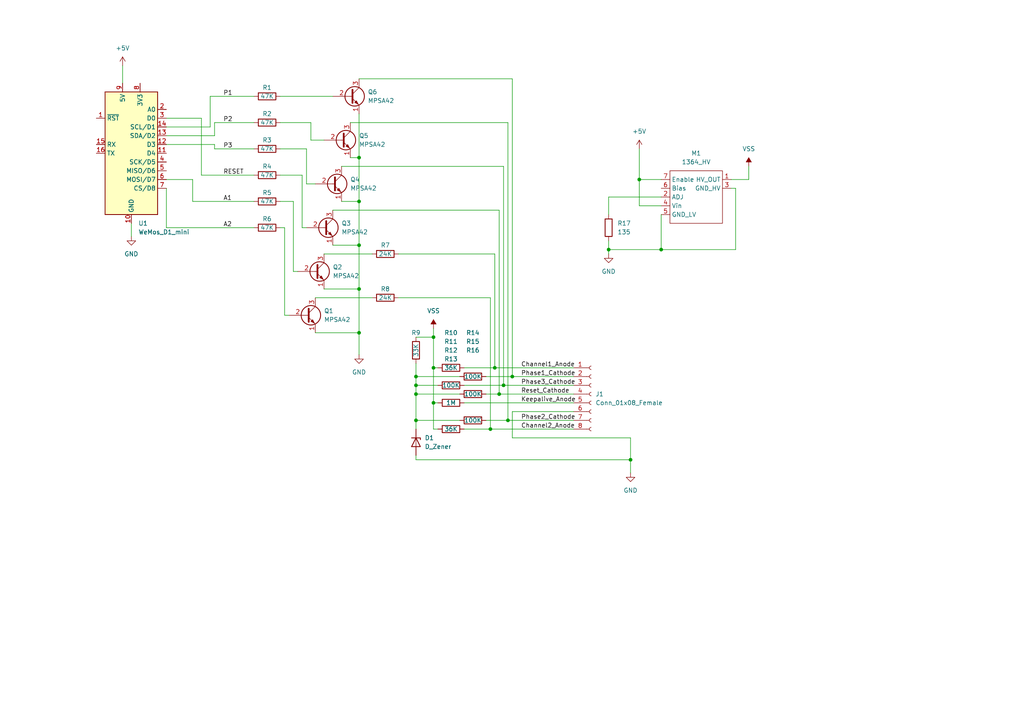
<source format=kicad_sch>
(kicad_sch (version 20211123) (generator eeschema)
  (paper "A4")
  (lib_symbols
    (symbol "Connector:Conn_01x08_Female" (pin_names (offset 1.016) hide)
      (property "Reference" "J" (at 0 10.16 0))
      (property "Value" "Conn_01x08_Female" (at 0 -12.7 0))
      (symbol "Conn_01x08_Female_1_1"
        (arc (start 0 -9.652) (mid -0.508 -10.16) (end 0 -10.668) (stroke (width 0.1524)))
        (arc (start 0 -7.112) (mid -0.508 -7.62) (end 0 -8.128) (stroke (width 0.1524)))
        (arc (start 0 -4.572) (mid -0.508 -5.08) (end 0 -5.588) (stroke (width 0.1524)))
        (arc (start 0 -2.032) (mid -0.508 -2.54) (end 0 -3.048) (stroke (width 0.1524)))
        (polyline (pts (xy -1.27 -10.16) (xy -0.508 -10.16)) (stroke (width 0.1524)))
        (polyline (pts (xy -1.27 -7.62) (xy -0.508 -7.62)) (stroke (width 0.1524)))
        (polyline (pts (xy -1.27 -5.08) (xy -0.508 -5.08)) (stroke (width 0.1524)))
        (polyline (pts (xy -1.27 -2.54) (xy -0.508 -2.54)) (stroke (width 0.1524)))
        (polyline (pts (xy -1.27 0) (xy -0.508 0)) (stroke (width 0.1524)))
        (polyline (pts (xy -1.27 2.54) (xy -0.508 2.54)) (stroke (width 0.1524)))
        (polyline (pts (xy -1.27 5.08) (xy -0.508 5.08)) (stroke (width 0.1524)))
        (polyline (pts (xy -1.27 7.62) (xy -0.508 7.62)) (stroke (width 0.1524)))
        (arc (start 0 0.508) (mid -0.508 0) (end 0 -0.508) (stroke (width 0.1524)))
        (arc (start 0 3.048) (mid -0.508 2.54) (end 0 2.032) (stroke (width 0.1524)))
        (arc (start 0 5.588) (mid -0.508 5.08) (end 0 4.572) (stroke (width 0.1524)))
        (arc (start 0 8.128) (mid -0.508 7.62) (end 0 7.112) (stroke (width 0.1524)))
        (pin passive line (at -5.08 7.62 0) (length 3.81) (name "Pin_1") (number "1"))
        (pin passive line (at -5.08 5.08 0) (length 3.81) (name "Pin_2") (number "2"))
        (pin passive line (at -5.08 2.54 0) (length 3.81) (name "Pin_3") (number "3"))
        (pin passive line (at -5.08 0 0) (length 3.81) (name "Pin_4") (number "4"))
        (pin passive line (at -5.08 -2.54 0) (length 3.81) (name "Pin_5") (number "5"))
        (pin passive line (at -5.08 -5.08 0) (length 3.81) (name "Pin_6") (number "6"))
        (pin passive line (at -5.08 -7.62 0) (length 3.81) (name "Pin_7") (number "7"))
        (pin passive line (at -5.08 -10.16 0) (length 3.81) (name "Pin_8") (number "8"))
      )
    )
    (symbol "Device:D_Zener" (pin_numbers hide) (pin_names (offset 1.016) hide)
      (property "Reference" "D" (at 0 2.54 0))
      (property "Value" "D_Zener" (at 0 -2.54 0))
      (symbol "D_Zener_0_1"
        (polyline (pts (xy 1.27 0) (xy -1.27 0)))
        (polyline (pts (xy -1.27 -1.27) (xy -1.27 1.27) (xy -0.762 1.27)) (stroke (width 0.254)))
        (polyline (pts (xy 1.27 -1.27) (xy 1.27 1.27) (xy -1.27 0) (xy 1.27 -1.27)) (stroke (width 0.254)))
      )
      (symbol "D_Zener_1_1"
        (pin passive line (at -3.81 0 0) (length 2.54) (name "K") (number "1"))
        (pin passive line (at 3.81 0 180) (length 2.54) (name "A") (number "2"))
      )
    )
    (symbol "Device:R" (pin_numbers hide) (pin_names (offset 0))
      (property "Reference" "R" (at 2.032 0 90))
      (property "Value" "R" (at 0 0 90))
      (symbol "R_0_1"
        (rectangle (start -1.016 -2.54) (end 1.016 2.54) (stroke (width 0.254)))
      )
      (symbol "R_1_1"
        (pin passive line (at 0 3.81 270) (length 1.27) (name "~") (number "1"))
        (pin passive line (at 0 -3.81 90) (length 1.27) (name "~") (number "2"))
      )
    )
    (symbol "MCU_Module:WeMos_D1_mini"
      (property "Reference" "U" (at 3.81 19.05 0))
      (property "Value" "WeMos_D1_mini" (at 1.27 -19.05 0))
      (symbol "WeMos_D1_mini_1_1"
        (rectangle (start -7.62 17.78) (end 7.62 -17.78) (stroke (width 0.254)) (fill (type background)))
        (pin input line (at -10.16 10.16 0) (length 2.54) (name "~{RST}") (number "1"))
        (pin power_in line (at 0 -20.32 90) (length 2.54) (name "GND") (number "10"))
        (pin bidirectional line (at 10.16 0 180) (length 2.54) (name "D4") (number "11"))
        (pin bidirectional line (at 10.16 2.54 180) (length 2.54) (name "D3") (number "12"))
        (pin bidirectional line (at 10.16 5.08 180) (length 2.54) (name "SDA/D2") (number "13"))
        (pin bidirectional line (at 10.16 7.62 180) (length 2.54) (name "SCL/D1") (number "14"))
        (pin input line (at -10.16 2.54 0) (length 2.54) (name "RX") (number "15"))
        (pin output line (at -10.16 0 0) (length 2.54) (name "TX") (number "16"))
        (pin input line (at 10.16 12.7 180) (length 2.54) (name "A0") (number "2"))
        (pin bidirectional line (at 10.16 10.16 180) (length 2.54) (name "D0") (number "3"))
        (pin bidirectional line (at 10.16 -2.54 180) (length 2.54) (name "SCK/D5") (number "4"))
        (pin bidirectional line (at 10.16 -5.08 180) (length 2.54) (name "MISO/D6") (number "5"))
        (pin bidirectional line (at 10.16 -7.62 180) (length 2.54) (name "MOSI/D7") (number "6"))
        (pin bidirectional line (at 10.16 -10.16 180) (length 2.54) (name "CS/D8") (number "7"))
        (pin power_out line (at 2.54 20.32 270) (length 2.54) (name "3V3") (number "8"))
        (pin power_in line (at -2.54 20.32 270) (length 2.54) (name "5V") (number "9"))
      )
    )
    (symbol "Transistor_BJT:MPSA42" (pin_names (offset 1.016) hide)
      (property "Reference" "Q" (at 5.08 1.905 0))
      (property "Value" "MPSA42" (at 5.08 0 0))
      (symbol "MPSA42_0_1"
        (polyline (pts (xy 0 0) (xy 0.635 0)))
        (polyline (pts (xy 0.635 0.635) (xy 2.54 2.54)))
        (polyline (pts (xy 0.635 -0.635) (xy 2.54 -2.54) (xy 2.54 -2.54)))
        (polyline (pts (xy 0.635 1.905) (xy 0.635 -1.905) (xy 0.635 -1.905)) (stroke (width 0.508)))
        (polyline (pts (xy 1.27 -1.778) (xy 1.778 -1.27) (xy 2.286 -2.286) (xy 1.27 -1.778) (xy 1.27 -1.778)) (fill (type outline)))
        (circle (center 1.27 0) (radius 2.8194) (stroke (width 0.254)))
      )
      (symbol "MPSA42_1_1"
        (pin passive line (at 2.54 -5.08 90) (length 2.54) (name "E") (number "1"))
        (pin input line (at -5.08 0 0) (length 5.08) (name "B") (number "2"))
        (pin passive line (at 2.54 5.08 270) (length 2.54) (name "C") (number "3"))
      )
    )
    (symbol "plasma:1364_HV"
      (property "Reference" "M" (at -2.54 1.27 0))
      (property "Value" "1364_HV" (at 1.27 -1.27 0))
      (symbol "1364_HV_0_1"
        (rectangle (start -3.81 -2.54) (end 11.43 -17.78))
      )
      (symbol "1364_HV_1_1"
        (pin output line (at 13.97 -5.08 180) (length 2.54) (name "HV_OUT") (number "1"))
        (pin input line (at -6.35 -10.16 0) (length 2.54) (name "ADJ") (number "2"))
        (pin input line (at 13.97 -7.62 180) (length 2.54) (name "GND_HV") (number "3"))
        (pin input line (at -6.35 -12.7 0) (length 2.54) (name "Vin") (number "4"))
        (pin input line (at -6.35 -15.24 0) (length 2.54) (name "GND_LV") (number "5"))
        (pin input line (at -6.35 -7.62 0) (length 2.54) (name "Bias") (number "6"))
        (pin input line (at -6.35 -5.08 0) (length 2.54) (name "Enable") (number "7"))
      )
    )
    (symbol "power:+5V" (power) (pin_names (offset 0))
      (property "Value" "+5V" (at 0 3.556 0))
      (symbol "+5V_0_1"
        (polyline (pts (xy -0.762 1.27) (xy 0 2.54)))
        (polyline (pts (xy 0 0) (xy 0 2.54)))
        (polyline (pts (xy 0 2.54) (xy 0.762 1.27)))
      )
      (symbol "+5V_1_1"
        (pin power_in line (at 0 0 90) (length 0) hide (name "+5V") (number "1"))
      )
    )
    (symbol "power:GND" (power) (pin_names (offset 0))
      (property "Value" "GND" (at 0 -3.81 0))
      (symbol "GND_0_1"
        (polyline (pts (xy 0 0) (xy 0 -1.27) (xy 1.27 -1.27) (xy 0 -2.54) (xy -1.27 -1.27) (xy 0 -1.27)))
      )
      (symbol "GND_1_1"
        (pin power_in line (at 0 0 270) (length 0) hide (name "GND") (number "1"))
      )
    )
    (symbol "power:VSS" (power) (pin_names (offset 0))
      (property "Value" "VSS" (at 0 3.81 0))
      (symbol "VSS_0_1"
        (polyline (pts (xy 0 0) (xy 0 2.54)))
        (polyline (pts (xy 0.762 1.27) (xy -0.762 1.27) (xy 0 2.54) (xy 0.762 1.27)) (fill (type outline)))
      )
      (symbol "VSS_1_1"
        (pin power_in line (at 0 0 90) (length 0) hide (name "VSS") (number "1"))
      )
    )
  )
  (junction (at 104.14 96.52))
  (junction (at 120.65 109.22))
  (junction (at 120.65 111.76))
  (junction (at 146.05 111.76))
  (junction (at 185.42 52.07))
  (junction (at 125.73 106.68))
  (junction (at 142.24 124.46))
  (junction (at 125.73 97.79))
  (junction (at 144.78 114.3))
  (junction (at 176.53 72.39))
  (junction (at 120.65 114.3))
  (junction (at 104.14 83.82))
  (junction (at 147.32 121.92))
  (junction (at 191.77 72.39))
  (junction (at 143.51 106.68))
  (junction (at 120.65 121.92))
  (junction (at 104.14 58.42))
  (junction (at 104.14 45.72))
  (junction (at 148.59 109.22))
  (junction (at 125.73 116.84))
  (junction (at 104.14 71.12))
  (junction (at 182.88 133.35))
  (wire (pts (xy 62.23 39.37) (xy 62.23 35.56)))
  (wire (pts (xy 120.65 132.08) (xy 120.65 133.35)))
  (wire (pts (xy 148.59 119.38) (xy 148.59 127)))
  (wire (pts (xy 120.65 121.92) (xy 120.65 124.46)))
  (wire (pts (xy 120.65 111.76) (xy 127 111.76)))
  (wire (pts (xy 142.24 124.46) (xy 142.24 86.36)))
  (wire (pts (xy 147.32 35.56) (xy 147.32 121.92)))
  (wire (pts (xy 88.9 43.18) (xy 88.9 53.34)))
  (wire (pts (xy 120.65 109.22) (xy 133.35 109.22)))
  (wire (pts (xy 142.24 86.36) (xy 115.57 86.36)))
  (wire (pts (xy 176.53 69.85) (xy 176.53 72.39)))
  (wire (pts (xy 144.78 60.96) (xy 144.78 114.3)))
  (wire (pts (xy 120.65 114.3) (xy 120.65 121.92)))
  (wire (pts (xy 182.88 133.35) (xy 182.88 137.16)))
  (wire (pts (xy 48.26 36.83) (xy 60.96 36.83)))
  (wire (pts (xy 213.36 72.39) (xy 191.77 72.39)))
  (wire (pts (xy 91.44 96.52) (xy 104.14 96.52)))
  (wire (pts (xy 176.53 72.39) (xy 176.53 73.66)))
  (wire (pts (xy 148.59 109.22) (xy 148.59 22.86)))
  (wire (pts (xy 125.73 95.25) (xy 125.73 97.79)))
  (wire (pts (xy 48.26 34.29) (xy 58.42 34.29)))
  (wire (pts (xy 101.6 35.56) (xy 147.32 35.56)))
  (wire (pts (xy 120.65 121.92) (xy 133.35 121.92)))
  (wire (pts (xy 48.26 52.07) (xy 55.88 52.07)))
  (wire (pts (xy 143.51 73.66) (xy 143.51 106.68)))
  (wire (pts (xy 55.88 52.07) (xy 55.88 58.42)))
  (wire (pts (xy 62.23 35.56) (xy 73.66 35.56)))
  (wire (pts (xy 134.62 124.46) (xy 142.24 124.46)))
  (wire (pts (xy 176.53 57.15) (xy 191.77 57.15)))
  (wire (pts (xy 104.14 58.42) (xy 104.14 71.12)))
  (wire (pts (xy 185.42 52.07) (xy 191.77 52.07)))
  (wire (pts (xy 81.28 43.18) (xy 88.9 43.18)))
  (wire (pts (xy 48.26 66.04) (xy 73.66 66.04)))
  (wire (pts (xy 127 124.46) (xy 125.73 124.46)))
  (wire (pts (xy 217.17 52.07) (xy 217.17 48.26)))
  (wire (pts (xy 134.62 116.84) (xy 166.37 116.84)))
  (wire (pts (xy 90.17 35.56) (xy 90.17 40.64)))
  (wire (pts (xy 182.88 127) (xy 182.88 133.35)))
  (wire (pts (xy 134.62 106.68) (xy 143.51 106.68)))
  (wire (pts (xy 85.09 58.42) (xy 85.09 78.74)))
  (wire (pts (xy 146.05 111.76) (xy 166.37 111.76)))
  (wire (pts (xy 125.73 124.46) (xy 125.73 116.84)))
  (wire (pts (xy 185.42 52.07) (xy 185.42 59.69)))
  (wire (pts (xy 81.28 58.42) (xy 85.09 58.42)))
  (wire (pts (xy 212.09 52.07) (xy 217.17 52.07)))
  (wire (pts (xy 120.65 97.79) (xy 125.73 97.79)))
  (wire (pts (xy 191.77 62.23) (xy 191.77 72.39)))
  (wire (pts (xy 213.36 54.61) (xy 213.36 72.39)))
  (wire (pts (xy 120.65 111.76) (xy 120.65 114.3)))
  (wire (pts (xy 212.09 54.61) (xy 213.36 54.61)))
  (wire (pts (xy 81.28 66.04) (xy 82.55 66.04)))
  (wire (pts (xy 140.97 121.92) (xy 147.32 121.92)))
  (wire (pts (xy 166.37 119.38) (xy 148.59 119.38)))
  (wire (pts (xy 91.44 86.36) (xy 107.95 86.36)))
  (wire (pts (xy 120.65 109.22) (xy 120.65 111.76)))
  (wire (pts (xy 140.97 109.22) (xy 148.59 109.22)))
  (wire (pts (xy 143.51 106.68) (xy 166.37 106.68)))
  (wire (pts (xy 191.77 72.39) (xy 176.53 72.39)))
  (wire (pts (xy 104.14 83.82) (xy 104.14 96.52)))
  (wire (pts (xy 38.1 64.77) (xy 38.1 68.58)))
  (wire (pts (xy 96.52 60.96) (xy 144.78 60.96)))
  (wire (pts (xy 101.6 45.72) (xy 104.14 45.72)))
  (wire (pts (xy 81.28 27.94) (xy 96.52 27.94)))
  (wire (pts (xy 48.26 41.91) (xy 62.23 41.91)))
  (wire (pts (xy 127 116.84) (xy 125.73 116.84)))
  (wire (pts (xy 58.42 34.29) (xy 58.42 50.8)))
  (wire (pts (xy 99.06 58.42) (xy 104.14 58.42)))
  (wire (pts (xy 176.53 62.23) (xy 176.53 57.15)))
  (wire (pts (xy 62.23 43.18) (xy 73.66 43.18)))
  (wire (pts (xy 125.73 97.79) (xy 125.73 106.68)))
  (wire (pts (xy 142.24 124.46) (xy 166.37 124.46)))
  (wire (pts (xy 191.77 59.69) (xy 185.42 59.69)))
  (wire (pts (xy 85.09 78.74) (xy 86.36 78.74)))
  (wire (pts (xy 120.65 114.3) (xy 133.35 114.3)))
  (wire (pts (xy 87.63 50.8) (xy 87.63 66.04)))
  (wire (pts (xy 148.59 109.22) (xy 166.37 109.22)))
  (wire (pts (xy 62.23 41.91) (xy 62.23 43.18)))
  (wire (pts (xy 144.78 114.3) (xy 166.37 114.3)))
  (wire (pts (xy 48.26 39.37) (xy 62.23 39.37)))
  (wire (pts (xy 115.57 73.66) (xy 143.51 73.66)))
  (wire (pts (xy 185.42 43.18) (xy 185.42 52.07)))
  (wire (pts (xy 125.73 106.68) (xy 127 106.68)))
  (wire (pts (xy 58.42 50.8) (xy 73.66 50.8)))
  (wire (pts (xy 81.28 35.56) (xy 90.17 35.56)))
  (wire (pts (xy 125.73 106.68) (xy 125.73 116.84)))
  (wire (pts (xy 90.17 40.64) (xy 93.98 40.64)))
  (wire (pts (xy 87.63 66.04) (xy 88.9 66.04)))
  (wire (pts (xy 147.32 121.92) (xy 166.37 121.92)))
  (wire (pts (xy 48.26 54.61) (xy 48.26 66.04)))
  (wire (pts (xy 120.65 105.41) (xy 120.65 109.22)))
  (wire (pts (xy 104.14 33.02) (xy 104.14 45.72)))
  (wire (pts (xy 35.56 19.05) (xy 35.56 24.13)))
  (wire (pts (xy 134.62 111.76) (xy 146.05 111.76)))
  (wire (pts (xy 82.55 66.04) (xy 82.55 91.44)))
  (wire (pts (xy 82.55 91.44) (xy 83.82 91.44)))
  (wire (pts (xy 148.59 127) (xy 182.88 127)))
  (wire (pts (xy 81.28 50.8) (xy 87.63 50.8)))
  (wire (pts (xy 104.14 45.72) (xy 104.14 58.42)))
  (wire (pts (xy 140.97 114.3) (xy 144.78 114.3)))
  (wire (pts (xy 93.98 73.66) (xy 107.95 73.66)))
  (wire (pts (xy 55.88 58.42) (xy 73.66 58.42)))
  (wire (pts (xy 120.65 133.35) (xy 182.88 133.35)))
  (wire (pts (xy 96.52 71.12) (xy 104.14 71.12)))
  (wire (pts (xy 99.06 48.26) (xy 146.05 48.26)))
  (wire (pts (xy 104.14 96.52) (xy 104.14 102.87)))
  (wire (pts (xy 104.14 71.12) (xy 104.14 83.82)))
  (wire (pts (xy 146.05 48.26) (xy 146.05 111.76)))
  (wire (pts (xy 60.96 27.94) (xy 73.66 27.94)))
  (wire (pts (xy 88.9 53.34) (xy 91.44 53.34)))
  (wire (pts (xy 93.98 83.82) (xy 104.14 83.82)))
  (wire (pts (xy 148.59 22.86) (xy 104.14 22.86)))
  (wire (pts (xy 60.96 36.83) (xy 60.96 27.94)))
  (label "Keepalive_Anode" (at 151.13 116.84 0))
  (label "P2" (at 64.77 35.56 0))
  (label "Phase3_Cathode" (at 151.13 111.76 0))
  (label "Channel1_Anode" (at 151.13 106.68 0))
  (label "Phase1_Cathode" (at 151.13 109.22 0))
  (label "Phase2_Cathode" (at 151.13 121.92 0))
  (label "Reset_Cathode" (at 151.13 114.3 0))
  (label "P1" (at 64.77 27.94 0))
  (label "RESET" (at 64.77 50.8 0))
  (label "Channel2_Anode" (at 151.13 124.46 0))
  (label "A1" (at 64.77 58.42 0))
  (label "P3" (at 64.77 43.18 0))
  (label "A2" (at 64.77 66.04 0))
  (symbol (lib_id "Connector:Conn_01x08_Female") (at 171.45 114.3 0) (unit 1)
    (property "Reference" "J1" (at 172.72 114.2999 0) (effects (justify left)))
    (property "Value" "Conn_01x08_Female" (at 172.72 116.8399 0) (effects (justify left)))
    (property "Footprint" "Connector_PinHeader_2.54mm:PinHeader_1x08_P2.54mm_Horizontal" (effects hide))
  )
  (symbol (lib_id "power:GND") (at 182.88 137.16 0) (unit 1)
    (property "Reference" "#PWR06" (effects hide))
    (property "Value" "GND" (at 182.88 142.24 0))
  )
  (symbol (lib_id "power:VSS") (at 125.73 95.25 0) (unit 1)
    (property "Reference" "#PWR04" (effects hide))
    (property "Value" "VSS" (at 125.73 90.17 0))
  )
  (symbol (lib_id "power:GND") (at 176.53 73.66 0) (unit 1)
    (property "Reference" "#PWR05" (effects hide))
    (property "Value" "GND" (at 176.53 78.74 0))
  )
  (symbol (lib_id "Transistor_BJT:MPSA42") (at 96.52 53.34 0) (unit 1)
    (property "Reference" "Q4" (at 101.6 52.0699 0) (effects (justify left)))
    (property "Value" "MPSA42" (at 101.6 54.6099 0) (effects (justify left)))
    (property "Footprint" "Package_TO_SOT_THT:TO-92_Inline" (effects hide))
    (property "Datasheet" "http://www.onsemi.com/pub_link/Collateral/MPSA42-D.PDF" (effects hide))
  )
  (symbol (lib_id "power:GND") (at 104.14 102.87 0) (unit 1)
    (property "Reference" "#PWR03" (effects hide))
    (property "Value" "GND" (at 104.14 107.95 0))
  )
  (symbol (lib_id "MCU_Module:WeMos_D1_mini") (at 38.1 44.45 0) (unit 1)
    (property "Reference" "U1" (at 40.1194 64.77 0) (effects (justify left)))
    (property "Value" "WeMos_D1_mini" (at 40.1194 67.31 0) (effects (justify left)))
    (property "Footprint" "Module:WEMOS_D1_mini_light" (effects hide))
    (property "Datasheet" "https://wiki.wemos.cc/products:d1:d1_mini#documentation" (effects hide))
  )
  (symbol (lib_id "Device:R") (at 130.81 111.76 90) (unit 1)
    (property "Reference" "R11" (at 130.81 99.06 90))
    (property "Value" "100K" (at 130.81 111.76 90))
    (property "Footprint" "Resistor_THT:R_Axial_DIN0207_L6.3mm_D2.5mm_P7.62mm_Horizontal" (effects hide))
  )
  (symbol (lib_id "power:+5V") (at 35.56 19.05 0) (unit 1)
    (property "Reference" "#PWR01" (effects hide))
    (property "Value" "+5V" (at 35.56 13.97 0))
  )
  (symbol (lib_id "Device:R") (at 137.16 121.92 90) (unit 1)
    (property "Reference" "R16" (at 137.16 101.6 90))
    (property "Value" "100K" (at 137.16 121.92 90))
    (property "Footprint" "Resistor_THT:R_Axial_DIN0207_L6.3mm_D2.5mm_P7.62mm_Horizontal" (effects hide))
  )
  (symbol (lib_id "Device:R") (at 120.65 101.6 180) (unit 1)
    (property "Reference" "R9" (at 120.65 96.52 0))
    (property "Value" "33K" (at 120.65 101.6 90))
    (property "Footprint" "Resistor_THT:R_Axial_DIN0207_L6.3mm_D2.5mm_P7.62mm_Horizontal" (effects hide))
  )
  (symbol (lib_id "Transistor_BJT:MPSA42") (at 93.98 66.04 0) (unit 1)
    (property "Reference" "Q3" (at 99.06 64.7699 0) (effects (justify left)))
    (property "Value" "MPSA42" (at 99.06 67.3099 0) (effects (justify left)))
    (property "Footprint" "Package_TO_SOT_THT:TO-92_Inline" (effects hide))
    (property "Datasheet" "http://www.onsemi.com/pub_link/Collateral/MPSA42-D.PDF" (effects hide))
  )
  (symbol (lib_id "Device:R") (at 77.47 58.42 90) (unit 1)
    (property "Reference" "R5" (at 77.47 55.88 90))
    (property "Value" "47K" (at 77.47 58.42 90))
    (property "Footprint" "Resistor_THT:R_Axial_DIN0207_L6.3mm_D2.5mm_P7.62mm_Horizontal" (effects hide))
  )
  (symbol (lib_id "plasma:1364_HV") (at 198.12 46.99 0) (unit 1)
    (property "Reference" "M1" (at 201.93 44.45 0))
    (property "Value" "1364_HV" (at 201.93 46.99 0))
    (property "Footprint" "plasma:1364_HV" (effects hide))
  )
  (symbol (lib_id "Device:R") (at 130.81 116.84 90) (unit 1)
    (property "Reference" "R12" (at 130.81 101.6 90))
    (property "Value" "1M" (at 130.81 116.84 90))
    (property "Footprint" "Resistor_THT:R_Axial_DIN0207_L6.3mm_D2.5mm_P7.62mm_Horizontal" (effects hide))
  )
  (symbol (lib_id "power:GND") (at 38.1 68.58 0) (unit 1)
    (property "Reference" "#PWR02" (effects hide))
    (property "Value" "GND" (at 38.1 73.66 0))
  )
  (symbol (lib_id "Device:R") (at 77.47 27.94 90) (unit 1)
    (property "Reference" "R1" (at 77.47 25.4 90))
    (property "Value" "47K" (at 77.47 27.94 90))
    (property "Footprint" "Resistor_THT:R_Axial_DIN0207_L6.3mm_D2.5mm_P7.62mm_Horizontal" (effects hide))
  )
  (symbol (lib_id "Device:R") (at 130.81 124.46 90) (unit 1)
    (property "Reference" "R13" (at 130.81 104.14 90))
    (property "Value" "36K" (at 130.81 124.46 90))
    (property "Footprint" "Resistor_THT:R_Axial_DIN0207_L6.3mm_D2.5mm_P7.62mm_Horizontal" (effects hide))
  )
  (symbol (lib_id "Device:R") (at 137.16 109.22 90) (unit 1)
    (property "Reference" "R14" (at 137.16 96.52 90))
    (property "Value" "100K" (at 137.16 109.22 90))
    (property "Footprint" "Resistor_THT:R_Axial_DIN0207_L6.3mm_D2.5mm_P7.62mm_Horizontal" (effects hide))
  )
  (symbol (lib_id "power:VSS") (at 217.17 48.26 0) (unit 1)
    (property "Reference" "#PWR08" (effects hide))
    (property "Value" "VSS" (at 217.17 43.18 0))
  )
  (symbol (lib_id "Device:R") (at 111.76 73.66 90) (unit 1)
    (property "Reference" "R7" (at 111.76 71.12 90))
    (property "Value" "24K" (at 111.76 73.66 90))
    (property "Footprint" "Resistor_THT:R_Axial_DIN0207_L6.3mm_D2.5mm_P7.62mm_Horizontal" (effects hide))
  )
  (symbol (lib_id "Device:R") (at 77.47 35.56 90) (unit 1)
    (property "Reference" "R2" (at 77.47 33.02 90))
    (property "Value" "47K" (at 77.47 35.56 90))
    (property "Footprint" "Resistor_THT:R_Axial_DIN0207_L6.3mm_D2.5mm_P7.62mm_Horizontal" (effects hide))
  )
  (symbol (lib_id "Transistor_BJT:MPSA42") (at 88.9 91.44 0) (unit 1)
    (property "Reference" "Q1" (at 93.98 90.1699 0) (effects (justify left)))
    (property "Value" "MPSA42" (at 93.98 92.7099 0) (effects (justify left)))
    (property "Footprint" "Package_TO_SOT_THT:TO-92_Inline" (effects hide))
    (property "Datasheet" "http://www.onsemi.com/pub_link/Collateral/MPSA42-D.PDF" (effects hide))
  )
  (symbol (lib_id "Device:R") (at 77.47 50.8 90) (unit 1)
    (property "Reference" "R4" (at 77.47 48.26 90))
    (property "Value" "47K" (at 77.47 50.8 90))
    (property "Footprint" "Resistor_THT:R_Axial_DIN0207_L6.3mm_D2.5mm_P7.62mm_Horizontal" (effects hide))
  )
  (symbol (lib_id "power:+5V") (at 185.42 43.18 0) (unit 1)
    (property "Reference" "#PWR07" (effects hide))
    (property "Value" "+5V" (at 185.42 38.1 0))
  )
  (symbol (lib_id "Device:R") (at 111.76 86.36 90) (unit 1)
    (property "Reference" "R8" (at 111.76 83.82 90))
    (property "Value" "24K" (at 111.76 86.36 90))
    (property "Footprint" "Resistor_THT:R_Axial_DIN0207_L6.3mm_D2.5mm_P7.62mm_Horizontal" (effects hide))
  )
  (symbol (lib_id "Device:R") (at 137.16 114.3 90) (unit 1)
    (property "Reference" "R15" (at 137.16 99.06 90))
    (property "Value" "100K" (at 137.16 114.3 90))
    (property "Footprint" "Resistor_THT:R_Axial_DIN0207_L6.3mm_D2.5mm_P7.62mm_Horizontal" (effects hide))
  )
  (symbol (lib_id "Device:D_Zener") (at 120.65 128.27 270) (unit 1)
    (property "Reference" "D1" (at 123.19 126.9999 90) (effects (justify left)))
    (property "Value" "D_Zener" (at 123.19 129.5399 90) (effects (justify left)))
    (property "Footprint" "Resistor_THT:R_Axial_DIN0207_L6.3mm_D2.5mm_P7.62mm_Horizontal" (effects hide))
  )
  (symbol (lib_id "Device:R") (at 130.81 106.68 90) (unit 1)
    (property "Reference" "R10" (at 130.81 96.52 90))
    (property "Value" "36K" (at 130.81 106.68 90))
    (property "Footprint" "Resistor_THT:R_Axial_DIN0207_L6.3mm_D2.5mm_P7.62mm_Horizontal" (effects hide))
  )
  (symbol (lib_id "Transistor_BJT:MPSA42") (at 91.44 78.74 0) (unit 1)
    (property "Reference" "Q2" (at 96.52 77.4699 0) (effects (justify left)))
    (property "Value" "MPSA42" (at 96.52 80.0099 0) (effects (justify left)))
    (property "Footprint" "Package_TO_SOT_THT:TO-92_Inline" (effects hide))
    (property "Datasheet" "http://www.onsemi.com/pub_link/Collateral/MPSA42-D.PDF" (effects hide))
  )
  (symbol (lib_id "Transistor_BJT:MPSA42") (at 101.6 27.94 0) (unit 1)
    (property "Reference" "Q6" (at 106.68 26.6699 0) (effects (justify left)))
    (property "Value" "MPSA42" (at 106.68 29.2099 0) (effects (justify left)))
    (property "Footprint" "Package_TO_SOT_THT:TO-92_Inline" (effects hide))
    (property "Datasheet" "http://www.onsemi.com/pub_link/Collateral/MPSA42-D.PDF" (effects hide))
  )
  (symbol (lib_id "Device:R") (at 77.47 43.18 90) (unit 1)
    (property "Reference" "R3" (at 77.47 40.64 90))
    (property "Value" "47K" (at 77.47 43.18 90))
    (property "Footprint" "Resistor_THT:R_Axial_DIN0207_L6.3mm_D2.5mm_P7.62mm_Horizontal" (effects hide))
  )
  (symbol (lib_id "Device:R") (at 176.53 66.04 0) (unit 1)
    (property "Reference" "R17" (at 179.07 64.7699 0) (effects (justify left)))
    (property "Value" "135" (at 179.07 67.3099 0) (effects (justify left)))
    (property "Footprint" "Resistor_THT:R_Axial_DIN0207_L6.3mm_D2.5mm_P7.62mm_Horizontal" (effects hide))
  )
  (symbol (lib_id "Transistor_BJT:MPSA42") (at 99.06 40.64 0) (unit 1)
    (property "Reference" "Q5" (at 104.14 39.3699 0) (effects (justify left)))
    (property "Value" "MPSA42" (at 104.14 41.9099 0) (effects (justify left)))
    (property "Footprint" "Package_TO_SOT_THT:TO-92_Inline" (effects hide))
    (property "Datasheet" "http://www.onsemi.com/pub_link/Collateral/MPSA42-D.PDF" (effects hide))
  )
  (symbol (lib_id "Device:R") (at 77.47 66.04 90) (unit 1)
    (property "Reference" "R6" (at 77.47 63.5 90))
    (property "Value" "47K" (at 77.47 66.04 90))
    (property "Footprint" "Resistor_THT:R_Axial_DIN0207_L6.3mm_D2.5mm_P7.62mm_Horizontal" (effects hide))
  )
)
</source>
